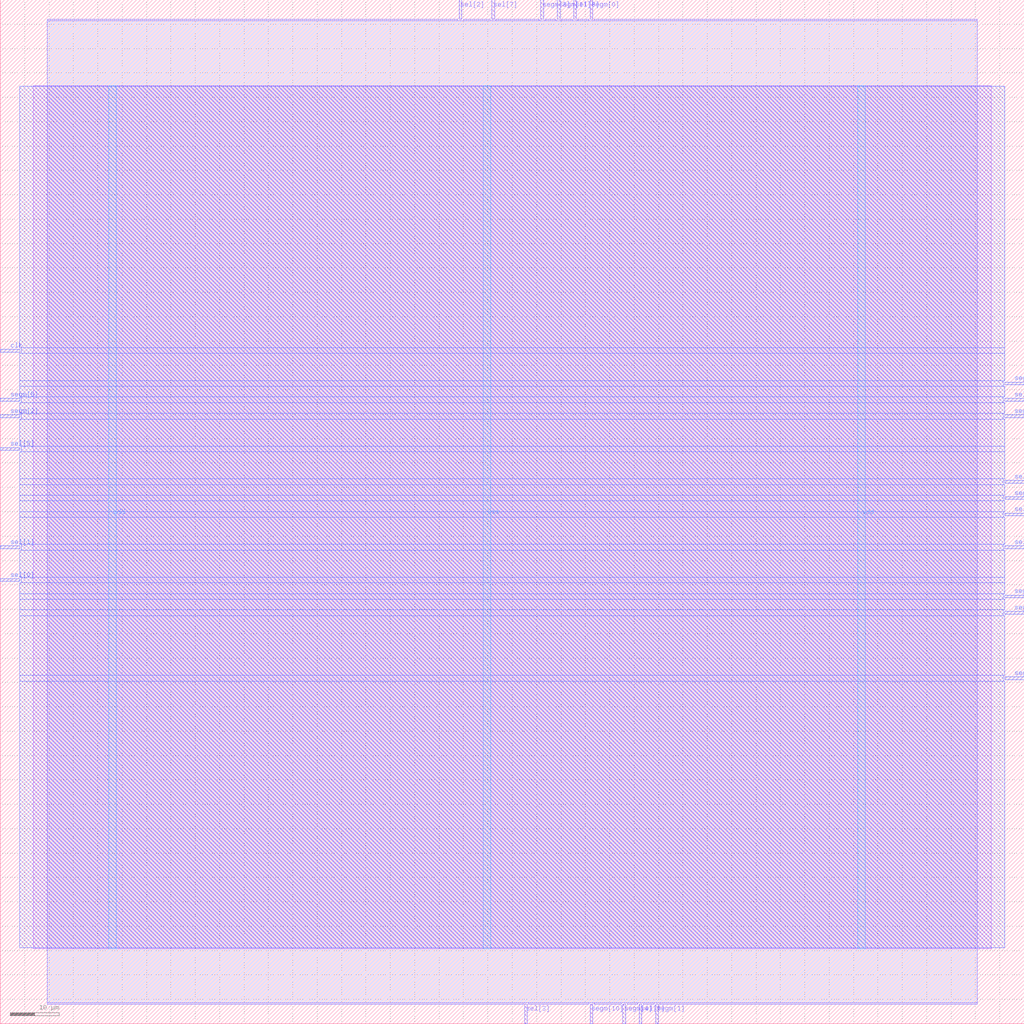
<source format=lef>
VERSION 5.7 ;
  NOWIREEXTENSIONATPIN ON ;
  DIVIDERCHAR "/" ;
  BUSBITCHARS "[]" ;
MACRO ita12
  CLASS BLOCK ;
  FOREIGN ita12 ;
  ORIGIN 0.000 0.000 ;
  SIZE 210.000 BY 210.000 ;
  PIN clk
    DIRECTION INPUT ;
    USE SIGNAL ;
    ANTENNAGATEAREA 4.738000 ;
    ANTENNADIFFAREA 0.410400 ;
    PORT
      LAYER Metal3 ;
        RECT 0.000 137.760 4.000 138.320 ;
    END
  END clk
  PIN segm[0]
    DIRECTION OUTPUT TRISTATE ;
    USE SIGNAL ;
    ANTENNADIFFAREA 4.731200 ;
    PORT
      LAYER Metal2 ;
        RECT 120.960 206.000 121.520 210.000 ;
    END
  END segm[0]
  PIN segm[10]
    DIRECTION OUTPUT TRISTATE ;
    USE SIGNAL ;
    ANTENNADIFFAREA 4.731200 ;
    PORT
      LAYER Metal2 ;
        RECT 120.960 0.000 121.520 4.000 ;
    END
  END segm[10]
  PIN segm[11]
    DIRECTION OUTPUT TRISTATE ;
    USE SIGNAL ;
    ANTENNADIFFAREA 4.731200 ;
    PORT
      LAYER Metal2 ;
        RECT 114.240 206.000 114.800 210.000 ;
    END
  END segm[11]
  PIN segm[12]
    DIRECTION OUTPUT TRISTATE ;
    USE SIGNAL ;
    ANTENNADIFFAREA 4.731200 ;
    PORT
      LAYER Metal3 ;
        RECT 206.000 87.360 210.000 87.920 ;
    END
  END segm[12]
  PIN segm[13]
    DIRECTION OUTPUT TRISTATE ;
    USE SIGNAL ;
    ANTENNADIFFAREA 4.731200 ;
    PORT
      LAYER Metal3 ;
        RECT 206.000 84.000 210.000 84.560 ;
    END
  END segm[13]
  PIN segm[1]
    DIRECTION OUTPUT TRISTATE ;
    USE SIGNAL ;
    ANTENNADIFFAREA 4.731200 ;
    PORT
      LAYER Metal2 ;
        RECT 134.400 0.000 134.960 4.000 ;
    END
  END segm[1]
  PIN segm[2]
    DIRECTION OUTPUT TRISTATE ;
    USE SIGNAL ;
    ANTENNADIFFAREA 4.731200 ;
    PORT
      LAYER Metal3 ;
        RECT 0.000 124.320 4.000 124.880 ;
    END
  END segm[2]
  PIN segm[3]
    DIRECTION OUTPUT TRISTATE ;
    USE SIGNAL ;
    ANTENNADIFFAREA 4.731200 ;
    PORT
      LAYER Metal2 ;
        RECT 110.880 206.000 111.440 210.000 ;
    END
  END segm[3]
  PIN segm[4]
    DIRECTION OUTPUT TRISTATE ;
    USE SIGNAL ;
    ANTENNADIFFAREA 4.731200 ;
    PORT
      LAYER Metal2 ;
        RECT 127.680 0.000 128.240 4.000 ;
    END
  END segm[4]
  PIN segm[5]
    DIRECTION OUTPUT TRISTATE ;
    USE SIGNAL ;
    ANTENNADIFFAREA 4.731200 ;
    PORT
      LAYER Metal3 ;
        RECT 0.000 127.680 4.000 128.240 ;
    END
  END segm[5]
  PIN segm[6]
    DIRECTION OUTPUT TRISTATE ;
    USE SIGNAL ;
    ANTENNADIFFAREA 4.731200 ;
    PORT
      LAYER Metal3 ;
        RECT 206.000 107.520 210.000 108.080 ;
    END
  END segm[6]
  PIN segm[7]
    DIRECTION OUTPUT TRISTATE ;
    USE SIGNAL ;
    ANTENNADIFFAREA 4.731200 ;
    PORT
      LAYER Metal3 ;
        RECT 206.000 131.040 210.000 131.600 ;
    END
  END segm[7]
  PIN segm[8]
    DIRECTION OUTPUT TRISTATE ;
    USE SIGNAL ;
    ANTENNADIFFAREA 4.731200 ;
    PORT
      LAYER Metal3 ;
        RECT 206.000 70.560 210.000 71.120 ;
    END
  END segm[8]
  PIN segm[9]
    DIRECTION OUTPUT TRISTATE ;
    USE SIGNAL ;
    ANTENNADIFFAREA 4.731200 ;
    PORT
      LAYER Metal3 ;
        RECT 206.000 124.320 210.000 124.880 ;
    END
  END segm[9]
  PIN sel[0]
    DIRECTION OUTPUT TRISTATE ;
    USE SIGNAL ;
    ANTENNADIFFAREA 4.731200 ;
    PORT
      LAYER Metal3 ;
        RECT 0.000 90.720 4.000 91.280 ;
    END
  END sel[0]
  PIN sel[10]
    DIRECTION OUTPUT TRISTATE ;
    USE SIGNAL ;
    ANTENNADIFFAREA 4.731200 ;
    PORT
      LAYER Metal3 ;
        RECT 206.000 110.880 210.000 111.440 ;
    END
  END sel[10]
  PIN sel[11]
    DIRECTION OUTPUT TRISTATE ;
    USE SIGNAL ;
    ANTENNADIFFAREA 4.731200 ;
    PORT
      LAYER Metal3 ;
        RECT 206.000 127.680 210.000 128.240 ;
    END
  END sel[11]
  PIN sel[1]
    DIRECTION OUTPUT TRISTATE ;
    USE SIGNAL ;
    ANTENNADIFFAREA 4.731200 ;
    PORT
      LAYER Metal3 ;
        RECT 0.000 97.440 4.000 98.000 ;
    END
  END sel[1]
  PIN sel[2]
    DIRECTION OUTPUT TRISTATE ;
    USE SIGNAL ;
    ANTENNADIFFAREA 4.731200 ;
    PORT
      LAYER Metal2 ;
        RECT 94.080 206.000 94.640 210.000 ;
    END
  END sel[2]
  PIN sel[3]
    DIRECTION OUTPUT TRISTATE ;
    USE SIGNAL ;
    ANTENNADIFFAREA 4.731200 ;
    PORT
      LAYER Metal2 ;
        RECT 107.520 0.000 108.080 4.000 ;
    END
  END sel[3]
  PIN sel[4]
    DIRECTION OUTPUT TRISTATE ;
    USE SIGNAL ;
    ANTENNADIFFAREA 4.731200 ;
    PORT
      LAYER Metal3 ;
        RECT 206.000 97.440 210.000 98.000 ;
    END
  END sel[4]
  PIN sel[5]
    DIRECTION OUTPUT TRISTATE ;
    USE SIGNAL ;
    ANTENNADIFFAREA 4.731200 ;
    PORT
      LAYER Metal3 ;
        RECT 0.000 117.600 4.000 118.160 ;
    END
  END sel[5]
  PIN sel[6]
    DIRECTION OUTPUT TRISTATE ;
    USE SIGNAL ;
    ANTENNADIFFAREA 4.731200 ;
    PORT
      LAYER Metal2 ;
        RECT 131.040 0.000 131.600 4.000 ;
    END
  END sel[6]
  PIN sel[7]
    DIRECTION OUTPUT TRISTATE ;
    USE SIGNAL ;
    ANTENNADIFFAREA 4.731200 ;
    PORT
      LAYER Metal2 ;
        RECT 100.800 206.000 101.360 210.000 ;
    END
  END sel[7]
  PIN sel[8]
    DIRECTION OUTPUT TRISTATE ;
    USE SIGNAL ;
    ANTENNADIFFAREA 4.731200 ;
    PORT
      LAYER Metal2 ;
        RECT 117.600 206.000 118.160 210.000 ;
    END
  END sel[8]
  PIN sel[9]
    DIRECTION OUTPUT TRISTATE ;
    USE SIGNAL ;
    ANTENNADIFFAREA 4.731200 ;
    PORT
      LAYER Metal3 ;
        RECT 206.000 104.160 210.000 104.720 ;
    END
  END sel[9]
  PIN vdd
    DIRECTION INOUT ;
    USE POWER ;
    PORT
      LAYER Metal4 ;
        RECT 22.240 15.380 23.840 192.380 ;
    END
    PORT
      LAYER Metal4 ;
        RECT 175.840 15.380 177.440 192.380 ;
    END
  END vdd
  PIN vss
    DIRECTION INOUT ;
    USE GROUND ;
    PORT
      LAYER Metal4 ;
        RECT 99.040 15.380 100.640 192.380 ;
    END
  END vss
  OBS
      LAYER Metal1 ;
        RECT 6.720 15.380 203.280 192.380 ;
      LAYER Metal2 ;
        RECT 9.660 205.700 93.780 206.000 ;
        RECT 94.940 205.700 100.500 206.000 ;
        RECT 101.660 205.700 110.580 206.000 ;
        RECT 111.740 205.700 113.940 206.000 ;
        RECT 115.100 205.700 117.300 206.000 ;
        RECT 118.460 205.700 120.660 206.000 ;
        RECT 121.820 205.700 200.340 206.000 ;
        RECT 9.660 4.300 200.340 205.700 ;
        RECT 9.660 4.000 107.220 4.300 ;
        RECT 108.380 4.000 120.660 4.300 ;
        RECT 121.820 4.000 127.380 4.300 ;
        RECT 128.540 4.000 130.740 4.300 ;
        RECT 131.900 4.000 134.100 4.300 ;
        RECT 135.260 4.000 200.340 4.300 ;
      LAYER Metal3 ;
        RECT 4.000 138.620 206.000 192.220 ;
        RECT 4.300 137.460 206.000 138.620 ;
        RECT 4.000 131.900 206.000 137.460 ;
        RECT 4.000 130.740 205.700 131.900 ;
        RECT 4.000 128.540 206.000 130.740 ;
        RECT 4.300 127.380 205.700 128.540 ;
        RECT 4.000 125.180 206.000 127.380 ;
        RECT 4.300 124.020 205.700 125.180 ;
        RECT 4.000 118.460 206.000 124.020 ;
        RECT 4.300 117.300 206.000 118.460 ;
        RECT 4.000 111.740 206.000 117.300 ;
        RECT 4.000 110.580 205.700 111.740 ;
        RECT 4.000 108.380 206.000 110.580 ;
        RECT 4.000 107.220 205.700 108.380 ;
        RECT 4.000 105.020 206.000 107.220 ;
        RECT 4.000 103.860 205.700 105.020 ;
        RECT 4.000 98.300 206.000 103.860 ;
        RECT 4.300 97.140 205.700 98.300 ;
        RECT 4.000 91.580 206.000 97.140 ;
        RECT 4.300 90.420 206.000 91.580 ;
        RECT 4.000 88.220 206.000 90.420 ;
        RECT 4.000 87.060 205.700 88.220 ;
        RECT 4.000 84.860 206.000 87.060 ;
        RECT 4.000 83.700 205.700 84.860 ;
        RECT 4.000 71.420 206.000 83.700 ;
        RECT 4.000 70.260 205.700 71.420 ;
        RECT 4.000 15.540 206.000 70.260 ;
  END
END ita12
END LIBRARY


</source>
